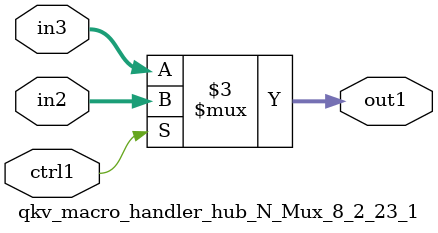
<source format=v>

`timescale 1ps / 1ps


module qkv_macro_handler_hub_N_Mux_8_2_23_1( in3, in2, ctrl1, out1 );

    input [7:0] in3;
    input [7:0] in2;
    input ctrl1;
    output [7:0] out1;
    reg [7:0] out1;

    
    // rtl_process:qkv_macro_handler_hub_N_Mux_8_2_23_1/qkv_macro_handler_hub_N_Mux_8_2_23_1_thread_1
    always @*
      begin : qkv_macro_handler_hub_N_Mux_8_2_23_1_thread_1
        case (ctrl1) 
          1'b1: 
            begin
              out1 = in2;
            end
          default: 
            begin
              out1 = in3;
            end
        endcase
      end

endmodule





</source>
